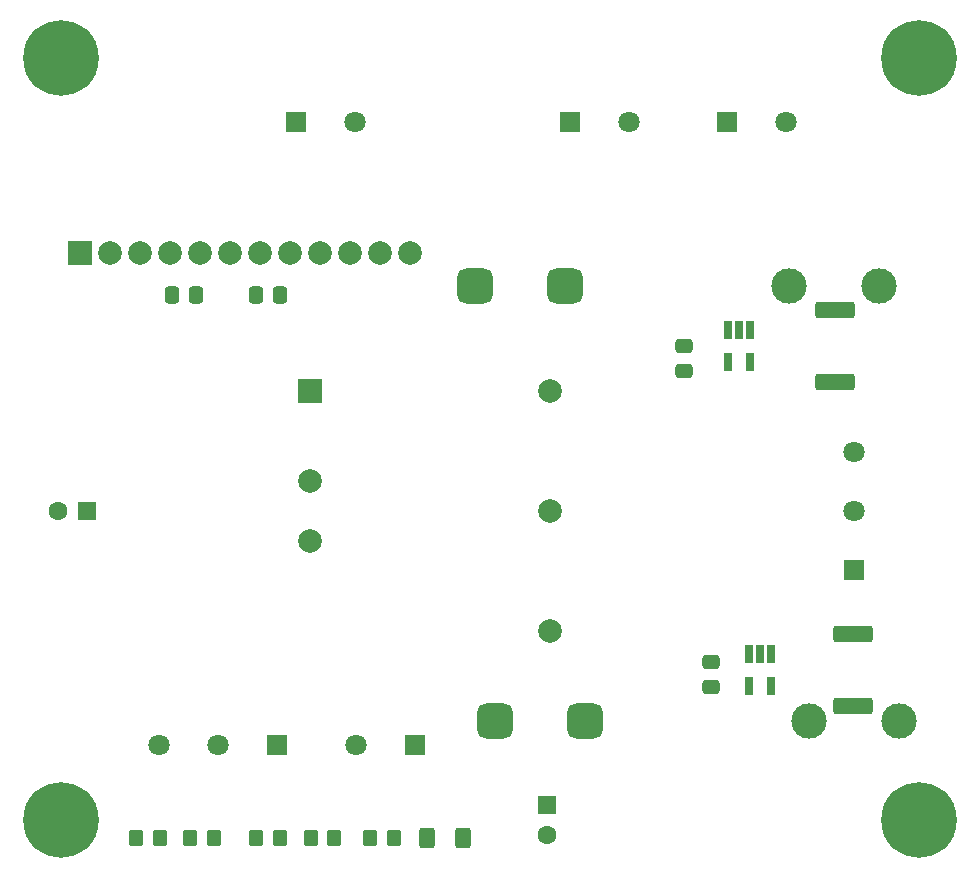
<source format=gbs>
G04 #@! TF.GenerationSoftware,KiCad,Pcbnew,7.0.1*
G04 #@! TF.CreationDate,2023-04-08T17:40:26-04:00*
G04 #@! TF.ProjectId,Converters,436f6e76-6572-4746-9572-732e6b696361,rev?*
G04 #@! TF.SameCoordinates,Original*
G04 #@! TF.FileFunction,Soldermask,Bot*
G04 #@! TF.FilePolarity,Negative*
%FSLAX46Y46*%
G04 Gerber Fmt 4.6, Leading zero omitted, Abs format (unit mm)*
G04 Created by KiCad (PCBNEW 7.0.1) date 2023-04-08 17:40:26*
%MOMM*%
%LPD*%
G01*
G04 APERTURE LIST*
G04 Aperture macros list*
%AMRoundRect*
0 Rectangle with rounded corners*
0 $1 Rounding radius*
0 $2 $3 $4 $5 $6 $7 $8 $9 X,Y pos of 4 corners*
0 Add a 4 corners polygon primitive as box body*
4,1,4,$2,$3,$4,$5,$6,$7,$8,$9,$2,$3,0*
0 Add four circle primitives for the rounded corners*
1,1,$1+$1,$2,$3*
1,1,$1+$1,$4,$5*
1,1,$1+$1,$6,$7*
1,1,$1+$1,$8,$9*
0 Add four rect primitives between the rounded corners*
20,1,$1+$1,$2,$3,$4,$5,0*
20,1,$1+$1,$4,$5,$6,$7,0*
20,1,$1+$1,$6,$7,$8,$9,0*
20,1,$1+$1,$8,$9,$2,$3,0*%
G04 Aperture macros list end*
%ADD10C,6.400000*%
%ADD11R,1.600000X1.600000*%
%ADD12C,1.600000*%
%ADD13R,1.803400X1.803400*%
%ADD14C,1.803400*%
%ADD15R,2.000000X2.000000*%
%ADD16C,2.000000*%
%ADD17RoundRect,0.750000X-0.750000X-0.750000X0.750000X-0.750000X0.750000X0.750000X-0.750000X0.750000X0*%
%ADD18C,3.000000*%
%ADD19RoundRect,0.250000X0.350000X0.450000X-0.350000X0.450000X-0.350000X-0.450000X0.350000X-0.450000X0*%
%ADD20RoundRect,0.250000X-0.475000X0.337500X-0.475000X-0.337500X0.475000X-0.337500X0.475000X0.337500X0*%
%ADD21R,0.650000X1.560000*%
%ADD22RoundRect,0.250000X0.337500X0.475000X-0.337500X0.475000X-0.337500X-0.475000X0.337500X-0.475000X0*%
%ADD23RoundRect,0.250000X-0.337500X-0.475000X0.337500X-0.475000X0.337500X0.475000X-0.337500X0.475000X0*%
%ADD24RoundRect,0.249999X-1.425001X0.450001X-1.425001X-0.450001X1.425001X-0.450001X1.425001X0.450001X0*%
%ADD25RoundRect,0.250000X0.400000X0.625000X-0.400000X0.625000X-0.400000X-0.625000X0.400000X-0.625000X0*%
G04 APERTURE END LIST*
D10*
X181102000Y-71120000D03*
D11*
X149606000Y-134351347D03*
D12*
X149606000Y-136851347D03*
D13*
X175567999Y-114474001D03*
D14*
X175567999Y-109474001D03*
X175567999Y-104474001D03*
D15*
X129540000Y-99314000D03*
D16*
X129540000Y-106934000D03*
X129540000Y-112014000D03*
X149860000Y-119634000D03*
X149860000Y-109474000D03*
X149860000Y-99314000D03*
D13*
X164846000Y-76507999D03*
D14*
X169846000Y-76507999D03*
D13*
X126746000Y-129286000D03*
D14*
X121746000Y-129286000D03*
X116746000Y-129286000D03*
D13*
X151514800Y-76504800D03*
D14*
X156514800Y-76504800D03*
D13*
X128310000Y-76507999D03*
D14*
X133310000Y-76507999D03*
D10*
X181102000Y-135595000D03*
D13*
X138430000Y-129286000D03*
D14*
X133430000Y-129286000D03*
D11*
X110656380Y-109474000D03*
D12*
X108156380Y-109474000D03*
D17*
X143510000Y-90424000D03*
X151130000Y-90424000D03*
D18*
X170100000Y-90424000D03*
X177720000Y-90424000D03*
D17*
X145201000Y-127254000D03*
X152821000Y-127254000D03*
D18*
X171791000Y-127254000D03*
X179411000Y-127254000D03*
D10*
X108458000Y-135636000D03*
X108458000Y-71120000D03*
D15*
X110049000Y-87630000D03*
D16*
X112589000Y-87630000D03*
X115129000Y-87630000D03*
X117669000Y-87630000D03*
X120209000Y-87630000D03*
X122749000Y-87630000D03*
X125289000Y-87630000D03*
X127829000Y-87630000D03*
X130369000Y-87630000D03*
X132909000Y-87630000D03*
X135449000Y-87630000D03*
X137989000Y-87630000D03*
D19*
X116824000Y-137160000D03*
X114824000Y-137160000D03*
D20*
X163449000Y-122258000D03*
X163449000Y-124333000D03*
D21*
X166690000Y-121586000D03*
X167640000Y-121586000D03*
X168590000Y-121586000D03*
X168590000Y-124286000D03*
X166690000Y-124286000D03*
D19*
X136636000Y-137160000D03*
X134636000Y-137160000D03*
D20*
X161163000Y-95482500D03*
X161163000Y-97557500D03*
D19*
X121380000Y-137160000D03*
X119380000Y-137160000D03*
D22*
X127021500Y-91186000D03*
X124946500Y-91186000D03*
D23*
X117834500Y-91186000D03*
X119909500Y-91186000D03*
D21*
X164912000Y-94154000D03*
X165862000Y-94154000D03*
X166812000Y-94154000D03*
X166812000Y-96854000D03*
X164912000Y-96854000D03*
D19*
X131572000Y-137160000D03*
X129572000Y-137160000D03*
D24*
X173990000Y-92454000D03*
X173990000Y-98554000D03*
X175514000Y-119886000D03*
X175514000Y-125986000D03*
D19*
X126984000Y-137160000D03*
X124984000Y-137160000D03*
D25*
X142520000Y-137160000D03*
X139420000Y-137160000D03*
M02*

</source>
